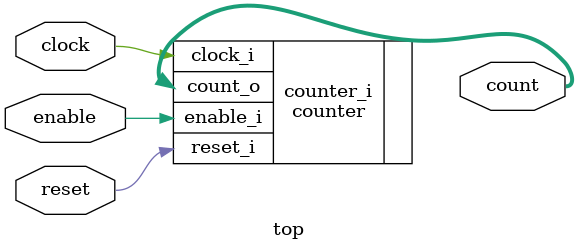
<source format=v>
module top
#(
  // Parameter list
 )
(
  // Port list
  input        clock,
  input        reset,
  input        enable,
  output [7:0] count
);

  counter
   #(
     .CYCLES_PER_COUNT ( 4 )
    )
  counter_i
    (
      .clock_i  ( clock  ),
      .reset_i  ( reset  ),
      .enable_i ( enable ),
      .count_o  ( count  )
    );

endmodule

</source>
